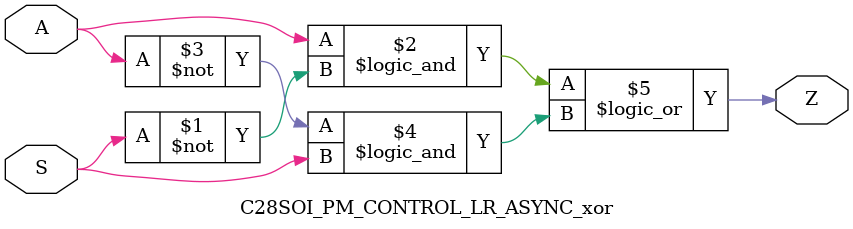
<source format=v>

module C28SOI_PM_CONTROL_LR_ASYNC_xor (Z, A, S);
input A, S;
output Z;

assign Z = A && (~S) || (~A) && S ;

endmodule



</source>
